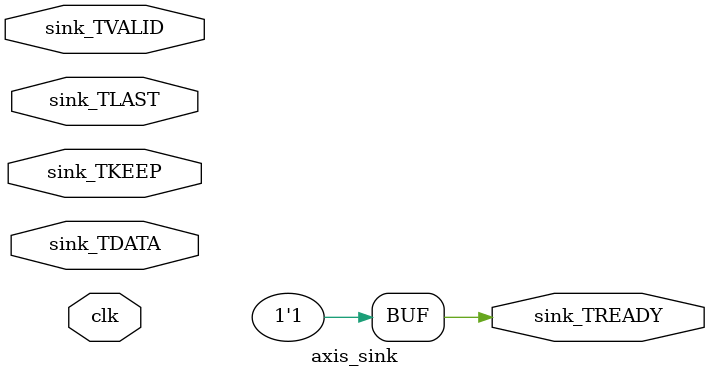
<source format=v>
`timescale 1ns / 1ps


module axis_sink(
	input wire clk, //Dummy clock input to make annoying warning go away

	input wire [31:0] sink_TDATA,
	input wire sink_TVALID,
	output wire sink_TREADY,
	input wire [3:0] sink_TKEEP,
	input wire sink_TLAST
);

	assign sink_TREADY = 1;

endmodule

</source>
